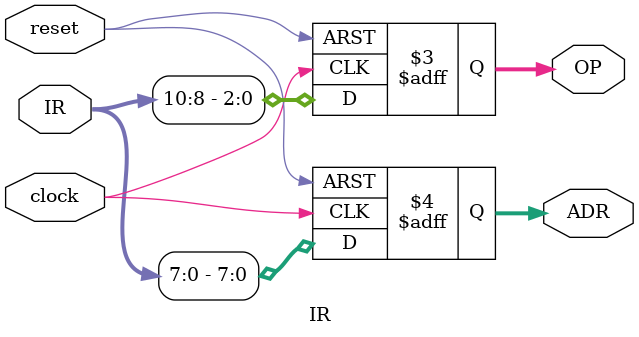
<source format=v>
`timescale 1ns / 1ps


module IR( IR, OP, ADR, clock, reset );
    input clock, reset;
    input[10:0] IR;
    output[2:0] OP;
    output[7:0] ADR;
    reg[2:0] OP;
    reg[7:0] ADR;
    
    always @( posedge clock or negedge reset )
    begin
        if( reset == 1'b0)
            {OP, ADR} <= 11'b000_0000_0000;
        else
            {OP, ADR} <= IR;
    end
endmodule

</source>
